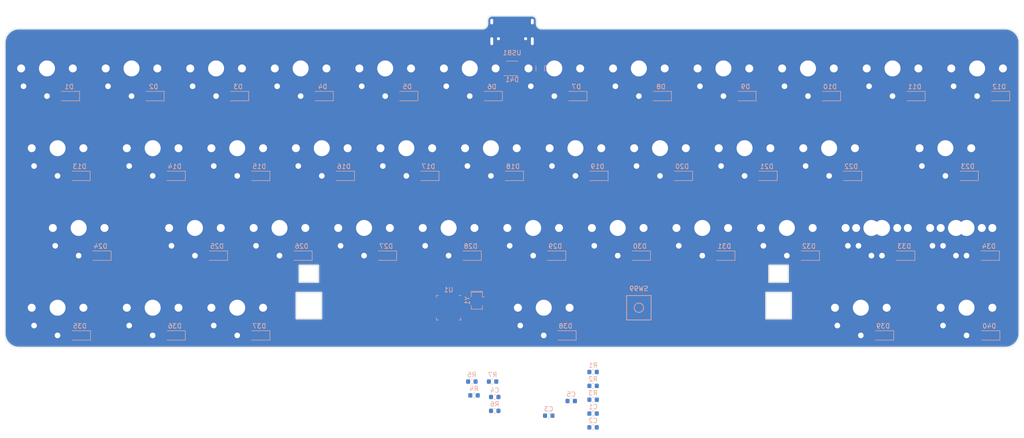
<source format=kicad_pcb>
(kicad_pcb (version 20210228) (generator pcbnew)
  (layers (0 "F.Cu" signal) (31 "B.Cu" signal) (34 "B.Paste" user) (35 "F.Paste" user) (36 "B.SilkS" user "B.Silkscreen") (37 "F.SilkS" user "F.Silkscreen") (38 "B.Mask" user) (39 "F.Mask" user) (44 "Edge.Cuts" user))
  (net 0 "")
  (net 1 "GND")
  (net 2 "+5V")
  (net 3 "Net-(D1-Pad2)")
  (net 4 "row0")
  (net 5 "Net-(D2-Pad2)")
  (net 6 "Net-(D3-Pad2)")
  (net 7 "Net-(D4-Pad2)")
  (net 8 "Net-(D5-Pad2)")
  (net 9 "Net-(D6-Pad2)")
  (net 10 "Net-(D7-Pad2)")
  (net 11 "Net-(D8-Pad2)")
  (net 12 "Net-(D9-Pad2)")
  (net 13 "Net-(D10-Pad2)")
  (net 14 "Net-(D11-Pad2)")
  (net 15 "Net-(D12-Pad2)")
  (net 16 "Net-(D13-Pad2)")
  (net 17 "row1")
  (net 18 "Net-(D14-Pad2)")
  (net 19 "Net-(D15-Pad2)")
  (net 20 "Net-(D16-Pad2)")
  (net 21 "Net-(D17-Pad2)")
  (net 22 "Net-(D18-Pad2)")
  (net 23 "Net-(D19-Pad2)")
  (net 24 "Net-(D20-Pad2)")
  (net 25 "Net-(D21-Pad2)")
  (net 26 "Net-(D22-Pad2)")
  (net 27 "Net-(D23-Pad2)")
  (net 28 "Net-(D24-Pad2)")
  (net 29 "row2")
  (net 30 "Net-(D25-Pad2)")
  (net 31 "Net-(D26-Pad2)")
  (net 32 "Net-(D27-Pad2)")
  (net 33 "Net-(D28-Pad2)")
  (net 34 "Net-(D29-Pad2)")
  (net 35 "Net-(D30-Pad2)")
  (net 36 "Net-(D31-Pad2)")
  (net 37 "Net-(D32-Pad2)")
  (net 38 "Net-(D33-Pad2)")
  (net 39 "Net-(D34-Pad2)")
  (net 40 "Net-(D35-Pad2)")
  (net 41 "row3")
  (net 42 "Net-(D36-Pad2)")
  (net 43 "Net-(D37-Pad2)")
  (net 44 "Net-(D38-Pad2)")
  (net 45 "Net-(D39-Pad2)")
  (net 46 "Net-(D40-Pad2)")
  (net 47 "VCC")
  (net 48 "D+")
  (net 49 "D-")
  (net 50 "DP+")
  (net 51 "DP-")
  (net 52 "Net-(R4-Pad2)")
  (net 53 "Net-(R5-Pad1)")
  (net 54 "Net-(R6-Pad1)")
  (net 55 "Net-(SW14-Pad2)")
  (net 56 "Net-(SW15-Pad2)")
  (net 57 "Net-(SW16-Pad2)")
  (net 58 "Net-(SW17-Pad2)")
  (net 59 "Net-(SW18-Pad2)")
  (net 60 "Net-(SW19-Pad2)")
  (net 61 "Net-(SW20-Pad2)")
  (net 62 "Net-(SW21-Pad2)")
  (net 63 "Net-(SW10-Pad2)")
  (net 64 "Net-(SW11-Pad2)")
  (net 65 "Net-(SW12-Pad2)")
  (net 88 "Net-(C1-Pad1)")
  (net 89 "Net-(C5-Pad2)")
  (net 90 "Net-(SW99-Pad2)")
  (net 91 "Net-(SW1-Pad2)")
  (net 92 "Net-(U1-Pad2)")
  (net 93 "Net-(U1-Pad1)")
  (footprint "mbk:Choc-1u-solder" (layer "F.Cu") (at 34 33.5)
    (fp_text reference "SW1")
    (fp_text value "SW_Push" hide)
    (pad "" np_thru_hole circle (at -5.5 0 180) (size 1.7 1.7) (drill 1.7) (layers *.Cu *.Mask))
    (pad "" np_thru_hole circle (at 5.5 0 180) (size 1.7 1.7) (drill 1.7) (layers *.Cu *.Mask))
    (pad "" np_thru_hole circle (at 0 0 90) (size 3.4 3.4) (drill 3.4) (layers *.Cu *.Mask))
    (pad "1" thru_hole circle (at 0 5.9 180) (size 2 2) (drill 1.2) (layers *.Cu *.Mask) (net 3 "Net-(D1-Pad2)"))
    (pad "2" thru_hole circle (at -5 3.8 41.9) (size 2 2) (drill 1.2) (layers *.Cu *.Mask) (net 91 "Net-(SW1-Pad2)"))
  )
  (footprint "mbk:Choc-1.25u-solder" (layer "F.Cu") (at 207.25 84.5)
    (fp_text reference "SW39")
    (fp_text value "SW_Push" hide)
    (pad "" np_thru_hole circle (at -5.5 0 180) (size 1.7 1.7) (drill 1.7) (layers *.Cu *.Mask))
    (pad "" np_thru_hole circle (at 0 0 90) (size 3.4 3.4) (drill 3.4) (layers *.Cu *.Mask))
    (pad "" np_thru_hole circle (at 5.5 0 180) (size 1.7 1.7) (drill 1.7) (layers *.Cu *.Mask))
    (pad "1" thru_hole circle (at 0 5.9 180) (size 2 2) (drill 1.2) (layers *.Cu *.Mask) (net 45 "Net-(D39-Pad2)"))
    (pad "2" thru_hole circle (at -5 3.8 41.9) (size 2 2) (drill 1.2) (layers *.Cu *.Mask) (net 64 "Net-(SW11-Pad2)"))
  )
  (footprint "mbk:Choc-1u-solder" (layer "F.Cu") (at 101.5 67.5)
    (fp_text reference "SW27")
    (fp_text value "SW_Push" hide)
    (pad "" np_thru_hole circle (at -5.5 0 180) (size 1.7 1.7) (drill 1.7) (layers *.Cu *.Mask))
    (pad "" np_thru_hole circle (at 0 0 90) (size 3.4 3.4) (drill 3.4) (layers *.Cu *.Mask))
    (pad "" np_thru_hole circle (at 5.5 0 180) (size 1.7 1.7) (drill 1.7) (layers *.Cu *.Mask))
    (pad "1" thru_hole circle (at 0 5.9 180) (size 2 2) (drill 1.2) (layers *.Cu *.Mask) (net 32 "Net-(D27-Pad2)"))
    (pad "2" thru_hole circle (at -5 3.8 41.9) (size 2 2) (drill 1.2) (layers *.Cu *.Mask) (net 57 "Net-(SW16-Pad2)"))
  )
  (footprint "mbk:Choc-1u-solder" (layer "F.Cu") (at 191.5 67.5)
    (fp_text reference "SW32")
    (fp_text value "SW_Push" hide)
    (pad "" np_thru_hole circle (at 5.5 0 180) (size 1.7 1.7) (drill 1.7) (layers *.Cu *.Mask))
    (pad "" np_thru_hole circle (at 0 0 90) (size 3.4 3.4) (drill 3.4) (layers *.Cu *.Mask))
    (pad "" np_thru_hole circle (at -5.5 0 180) (size 1.7 1.7) (drill 1.7) (layers *.Cu *.Mask))
    (pad "1" thru_hole circle (at 0 5.9 180) (size 2 2) (drill 1.2) (layers *.Cu *.Mask) (net 37 "Net-(D32-Pad2)"))
    (pad "2" thru_hole circle (at -5 3.8 41.9) (size 2 2) (drill 1.2) (layers *.Cu *.Mask) (net 62 "Net-(SW21-Pad2)"))
  )
  (footprint "mbk:Choc-1u-solder" (layer "F.Cu") (at 142 33.5)
    (fp_text reference "SW7")
    (fp_text value "SW_Push" hide)
    (pad "" np_thru_hole circle (at 5.5 0 180) (size 1.7 1.7) (drill 1.7) (layers *.Cu *.Mask))
    (pad "" np_thru_hole circle (at -5.5 0 180) (size 1.7 1.7) (drill 1.7) (layers *.Cu *.Mask))
    (pad "" np_thru_hole circle (at 0 0 90) (size 3.4 3.4) (drill 3.4) (layers *.Cu *.Mask))
    (pad "1" thru_hole circle (at 0 5.9 180) (size 2 2) (drill 1.2) (layers *.Cu *.Mask) (net 10 "Net-(D7-Pad2)"))
    (pad "2" thru_hole circle (at -5 3.8 41.9) (size 2 2) (drill 1.2) (layers *.Cu *.Mask) (net 60 "Net-(SW19-Pad2)"))
  )
  (footprint "mbk:Choc-1u-solder" (layer "F.Cu") (at 88 33.5)
    (fp_text reference "SW4")
    (fp_text value "SW_Push" hide)
    (pad "" np_thru_hole circle (at 0 0 90) (size 3.4 3.4) (drill 3.4) (layers *.Cu *.Mask))
    (pad "" np_thru_hole circle (at -5.5 0 180) (size 1.7 1.7) (drill 1.7) (layers *.Cu *.Mask))
    (pad "" np_thru_hole circle (at 5.5 0 180) (size 1.7 1.7) (drill 1.7) (layers *.Cu *.Mask))
    (pad "1" thru_hole circle (at 0 5.9 180) (size 2 2) (drill 1.2) (layers *.Cu *.Mask) (net 7 "Net-(D4-Pad2)"))
    (pad "2" thru_hole circle (at -5 3.8 41.9) (size 2 2) (drill 1.2) (layers *.Cu *.Mask) (net 57 "Net-(SW16-Pad2)"))
  )
  (footprint "mbk:Choc-1u-solder" (layer "F.Cu") (at 232 33.5)
    (fp_text reference "SW12")
    (fp_text value "SW_Push" hide)
    (pad "" np_thru_hole circle (at 0 0 90) (size 3.4 3.4) (drill 3.4) (layers *.Cu *.Mask))
    (pad "" np_thru_hole circle (at 5.5 0 180) (size 1.7 1.7) (drill 1.7) (layers *.Cu *.Mask))
    (pad "" np_thru_hole circle (at -5.5 0 180) (size 1.7 1.7) (drill 1.7) (layers *.Cu *.Mask))
    (pad "1" thru_hole circle (at 0 5.9 180) (size 2 2) (drill 1.2) (layers *.Cu *.Mask) (net 15 "Net-(D12-Pad2)"))
    (pad "2" thru_hole circle (at -5 3.8 41.9) (size 2 2) (drill 1.2) (layers *.Cu *.Mask) (net 65 "Net-(SW12-Pad2)"))
  )
  (footprint "mbk:Choc-1.25u-solder" (layer "F.Cu") (at 229.75 84.5)
    (fp_text reference "SW40")
    (fp_text value "SW_Push" hide)
    (pad "" np_thru_hole circle (at 0 0 90) (size 3.4 3.4) (drill 3.4) (layers *.Cu *.Mask))
    (pad "" np_thru_hole circle (at -5.5 0 180) (size 1.7 1.7) (drill 1.7) (layers *.Cu *.Mask))
    (pad "" np_thru_hole circle (at 5.5 0 180) (size 1.7 1.7) (drill 1.7) (layers *.Cu *.Mask))
    (pad "1" thru_hole circle (at 0 5.9 180) (size 2 2) (drill 1.2) (layers *.Cu *.Mask) (net 46 "Net-(D40-Pad2)"))
    (pad "2" thru_hole circle (at -5 3.8 41.9) (size 2 2) (drill 1.2) (layers *.Cu *.Mask) (net 65 "Net-(SW12-Pad2)"))
  )
  (footprint "mbk:Choc-1u-solder" (layer "F.Cu") (at 209.5 67.5)
    (fp_text reference "SW33a1")
    (fp_text value "SW_Push" hide)
    (pad "" np_thru_hole circle (at 0 0 90) (size 3.4 3.4) (drill 3.4) (layers *.Cu *.Mask))
    (pad "" np_thru_hole circle (at -5.5 0 180) (size 1.7 1.7) (drill 1.7) (layers *.Cu *.Mask))
    (pad "" np_thru_hole circle (at 5.5 0 180) (size 1.7 1.7) (drill 1.7) (layers *.Cu *.Mask))
    (pad "1" thru_hole circle (at 0 5.9 180) (size 2 2) (drill 1.2) (layers *.Cu *.Mask) (net 38 "Net-(D33-Pad2)"))
    (pad "2" thru_hole circle (at -5 3.8 41.9) (size 2 2) (drill 1.2) (layers *.Cu *.Mask) (net 63 "Net-(SW10-Pad2)"))
  )
  (footprint "mbk:Choc-1u-solder" (layer "F.Cu") (at 214 33.5)
    (fp_text reference "SW11")
    (fp_text value "SW_Push" hide)
    (pad "" np_thru_hole circle (at -5.5 0 180) (size 1.7 1.7) (drill 1.7) (layers *.Cu *.Mask))
    (pad "" np_thru_hole circle (at 5.5 0 180) (size 1.7 1.7) (drill 1.7) (layers *.Cu *.Mask))
    (pad "" np_thru_hole circle (at 0 0 90) (size 3.4 3.4) (drill 3.4) (layers *.Cu *.Mask))
    (pad "1" thru_hole circle (at 0 5.9 180) (size 2 2) (drill 1.2) (layers *.Cu *.Mask) (net 14 "Net-(D11-Pad2)"))
    (pad "2" thru_hole circle (at -5 3.8 41.9) (size 2 2) (drill 1.2) (layers *.Cu *.Mask) (net 64 "Net-(SW11-Pad2)"))
  )
  (footprint "mbk:Choc-1u-solder" (layer "F.Cu") (at 227.5 67.5)
    (fp_text reference "SW34b1")
    (fp_text value "SW_Push" hide)
    (pad "" np_thru_hole circle (at 0 0 90) (size 3.4 3.4) (drill 3.4) (layers *.Cu *.Mask))
    (pad "" np_thru_hole circle (at 5.5 0 180) (size 1.7 1.7) (drill 1.7) (layers *.Cu *.Mask))
    (pad "" np_thru_hole circle (at -5.5 0 180) (size 1.7 1.7) (drill 1.7) (layers *.Cu *.Mask))
    (pad "1" thru_hole circle (at 0 5.9 180) (size 2 2) (drill 1.2) (layers *.Cu *.Mask) (net 39 "Net-(D34-Pad2)"))
    (pad "2" thru_hole circle (at -5 3.8 41.9) (size 2 2) (drill 1.2) (layers *.Cu *.Mask) (net 65 "Net-(SW12-Pad2)"))
  )
  (footprint "mbk:Choc-1u-solder" (layer "F.Cu") (at 74.5 84.5)
    (fp_text reference "SW37")
    (fp_text value "SW_Push" hide)
    (pad "" np_thru_hole circle (at 5.5 0 180) (size 1.7 1.7) (drill 1.7) (layers *.Cu *.Mask))
    (pad "" np_thru_hole circle (at -5.5 0 180) (size 1.7 1.7) (drill 1.7) (layers *.Cu *.Mask))
    (pad "" np_thru_hole circle (at 0 0 90) (size 3.4 3.4) (drill 3.4) (layers *.Cu *.Mask))
    (pad "1" thru_hole circle (at 0 5.9 180) (size 2 2) (drill 1.2) (layers *.Cu *.Mask) (net 43 "Net-(D37-Pad2)"))
    (pad "2" thru_hole circle (at -5 3.8 41.9) (size 2 2) (drill 1.2) (layers *.Cu *.Mask) (net 57 "Net-(SW16-Pad2)"))
  )
  (footprint "mbk:Choc-1u-solder" (layer "F.Cu") (at 110.5 50.5)
    (fp_text reference "SW17")
    (fp_text value "SW_Push" hide)
    (pad "" np_thru_hole circle (at -5.5 0 180) (size 1.7 1.7) (drill 1.7) (layers *.Cu *.Mask))
    (pad "" np_thru_hole circle (at 5.5 0 180) (size 1.7 1.7) (drill 1.7) (layers *.Cu *.Mask))
    (pad "" np_thru_hole circle (at 0 0 90) (size 3.4 3.4) (drill 3.4) (layers *.Cu *.Mask))
    (pad "1" thru_hole circle (at 0 5.9 180) (size 2 2) (drill 1.2) (layers *.Cu *.Mask) (net 21 "Net-(D17-Pad2)"))
    (pad "2" thru_hole circle (at -5 3.8 41.9) (size 2 2) (drill 1.2) (layers *.Cu *.Mask) (net 58 "Net-(SW17-Pad2)"))
  )
  (footprint "mbk:Choc-1u-solder" (layer "F.Cu") (at 106 33.5)
    (fp_text reference "SW5")
    (fp_text value "SW_Push" hide)
    (pad "" np_thru_hole circle (at -5.5 0 180) (size 1.7 1.7) (drill 1.7) (layers *.Cu *.Mask))
    (pad "" np_thru_hole circle (at 5.5 0 180) (size 1.7 1.7) (drill 1.7) (layers *.Cu *.Mask))
    (pad "" np_thru_hole circle (at 0 0 90) (size 3.4 3.4) (drill 3.4) (layers *.Cu *.Mask))
    (pad "1" thru_hole circle (at 0 5.9 180) (size 2 2) (drill 1.2) (layers *.Cu *.Mask) (net 8 "Net-(D5-Pad2)"))
    (pad "2" thru_hole circle (at -5 3.8 41.9) (size 2 2) (drill 1.2) (layers *.Cu *.Mask) (net 58 "Net-(SW17-Pad2)"))
  )
  (footprint "mbk:Choc-1u-solder" (layer "F.Cu") (at 155.5 67.5)
    (fp_text reference "SW30")
    (fp_text value "SW_Push" hide)
    (pad "" np_thru_hole circle (at 0 0 90) (size 3.4 3.4) (drill 3.4) (layers *.Cu *.Mask))
    (pad "" np_thru_hole circle (at -5.5 0 180) (size 1.7 1.7) (drill 1.7) (layers *.Cu *.Mask))
    (pad "" np_thru_hole circle (at 5.5 0 180) (size 1.7 1.7) (drill 1.7) (layers *.Cu *.Mask))
    (pad "1" thru_hole circle (at 0 5.9 180) (size 2 2) (drill 1.2) (layers *.Cu *.Mask) (net 35 "Net-(D30-Pad2)"))
    (pad "2" thru_hole circle (at -5 3.8 41.9) (size 2 2) (drill 1.2) (layers *.Cu *.Mask) (net 60 "Net-(SW19-Pad2)"))
  )
  (footprint "mbk:Choc-1.25u-solder" (layer "F.Cu") (at 36.25 84.5)
    (fp_text reference "SW35")
    (fp_text value "SW_Push" hide)
    (pad "" np_thru_hole circle (at -5.5 0 180) (size 1.7 1.7) (drill 1.7) (layers *.Cu *.Mask))
    (pad "" np_thru_hole circle (at 0 0 90) (size 3.4 3.4) (drill 3.4) (layers *.Cu *.Mask))
    (pad "" np_thru_hole circle (at 5.5 0 180) (size 1.7 1.7) (drill 1.7) (layers *.Cu *.Mask))
    (pad "1" thru_hole circle (at 0 5.9 180) (size 2 2) (drill 1.2) (layers *.Cu *.Mask) (net 40 "Net-(D35-Pad2)"))
    (pad "2" thru_hole circle (at -5 3.8 41.9) (size 2 2) (drill 1.2) (layers *.Cu *.Mask) (net 91 "Net-(SW1-Pad2)"))
  )
  (footprint "mbk:Choc-1u-solder" (layer "F.Cu") (at 164.5 50.5)
    (fp_text reference "SW20")
    (fp_text value "SW_Push" hide)
    (pad "" np_thru_hole circle (at -5.5 0 180) (size 1.7 1.7) (drill 1.7) (layers *.Cu *.Mask))
    (pad "" np_thru_hole circle (at 0 0 90) (size 3.4 3.4) (drill 3.4) (layers *.Cu *.Mask))
    (pad "" np_thru_hole circle (at 5.5 0 180) (size 1.7 1.7) (drill 1.7) (layers *.Cu *.Mask))
    (pad "1" thru_hole circle (at 0 5.9 180) (size 2 2) (drill 1.2) (layers *.Cu *.Mask) (net 24 "Net-(D20-Pad2)"))
    (pad "2" thru_hole circle (at -5 3.8 41.9) (size 2 2) (drill 1.2) (layers *.Cu *.Mask) (net 61 "Net-(SW20-Pad2)"))
  )
  (footprint "mbk:Choc-1u-solder" (layer "F.Cu") (at 182.5 50.5)
    (fp_text reference "SW21")
    (fp_text value "SW_Push" hide)
    (pad "" np_thru_hole circle (at -5.5 0 180) (size 1.7 1.7) (drill 1.7) (layers *.Cu *.Mask))
    (pad "" np_thru_hole circle (at 5.5 0 180) (size 1.7 1.7) (drill 1.7) (layers *.Cu *.Mask))
    (pad "" np_thru_hole circle (at 0 0 90) (size 3.4 3.4) (drill 3.4) (layers *.Cu *.Mask))
    (pad "1" thru_hole circle (at 0 5.9 180) (size 2 2) (drill 1.2) (layers *.Cu *.Mask) (net 25 "Net-(D21-Pad2)"))
    (pad "2" thru_hole circle (at -5 3.8 41.9) (size 2 2) (drill 1.2) (layers *.Cu *.Mask) (net 62 "Net-(SW21-Pad2)"))
  )
  (footprint "mbk:Choc-1u-solder" (layer "F.Cu") (at 128.5 50.5)
    (fp_text reference "SW18")
    (fp_text value "SW_Push" hide)
    (pad "" np_thru_hole circle (at -5.5 0 180) (size 1.7 1.7) (drill 1.7) (layers *.Cu *.Mask))
    (pad "" np_thru_hole circle (at 0 0 90) (size 3.4 3.4) (drill 3.4) (layers *.Cu *.Mask))
    (pad "" np_thru_hole circle (at 5.5 0 180) (size 1.7 1.7) (drill 1.7) (layers *.Cu *.Mask))
    (pad "1" thru_hole circle (at 0 5.9 180) (size 2 2) (drill 1.2) (layers *.Cu *.Mask) (net 22 "Net-(D18-Pad2)"))
    (pad "2" thru_hole circle (at -5 3.8 41.9) (size 2 2) (drill 1.2) (layers *.Cu *.Mask) (net 59 "Net-(SW18-Pad2)"))
  )
  (footprint "mbk:Choc-1u-solder" (layer "F.Cu") (at 83.5 67.5)
    (fp_text reference "SW26")
    (fp_text value "SW_Push" hide)
    (pad "" np_thru_hole circle (at -5.5 0 180) (size 1.7 1.7) (drill 1.7) (layers *.Cu *.Mask))
    (pad "" np_thru_hole circle (at 5.5 0 180) (size 1.7 1.7) (drill 1.7) (layers *.Cu *.Mask))
    (pad "" np_thru_hole circle (at 0 0 90) (size 3.4 3.4) (drill 3.4) (layers *.Cu *.Mask))
    (pad "1" thru_hole circle (at 0 5.9 180) (size 2 2) (drill 1.2) (layers *.Cu *.Mask) (net 31 "Net-(D26-Pad2)"))
    (pad "2" thru_hole circle (at -5 3.8 41.9) (size 2 2) (drill 1.2) (layers *.Cu *.Mask) (net 56 "Net-(SW15-Pad2)"))
  )
  (footprint "mbk:Choc-1.75u-solder" (layer "F.Cu") (at 225.25 50.5)
    (fp_text reference "SW23")
    (fp_text value "SW_Push" hide)
    (pad "" np_thru_hole circle (at 5.5 0 180) (size 1.7 1.7) (drill 1.7) (layers *.Cu *.Mask))
    (pad "" np_thru_hole circle (at -5.5 0 180) (size 1.7 1.7) (drill 1.7) (layers *.Cu *.Mask))
    (pad "" np_thru_hole circle (at 0 0 90) (size 3.4 3.4) (drill 3.4) (layers *.Cu *.Mask))
    (pad "1" thru_hole circle (at 0 5.9 180) (size 2 2) (drill 1.2) (layers *.Cu *.Mask) (net 27 "Net-(D23-Pad2)"))
    (pad "2" thru_hole circle (at -5 3.8 41.9) (size 2 2) (drill 1.2) (layers *.Cu *.Mask) (net 64 "Net-(SW11-Pad2)"))
  )
  (footprint "mbk:Choc-1u-solder" (layer "F.Cu") (at 56.5 84.5)
    (fp_text reference "SW36")
    (fp_text value "SW_Push" hide)
    (pad "" np_thru_hole circle (at 5.5 0 180) (size 1.7 1.7) (drill 1.7) (layers *.Cu *.Mask))
    (pad "" np_thru_hole circle (at 0 0 90) (size 3.4 3.4) (drill 3.4) (layers *.Cu *.Mask))
    (pad "" np_thru_hole circle (at -5.5 0 180) (size 1.7 1.7) (drill 1.7) (layers *.Cu *.Mask))
    (pad "1" thru_hole circle (at 0 5.9 180) (size 2 2) (drill 1.2) (layers *.Cu *.Mask) (net 42 "Net-(D36-Pad2)"))
    (pad "2" thru_hole circle (at -5 3.8 41.9) (size 2 2) (drill 1.2) (layers *.Cu *.Mask) (net 56 "Net-(SW15-Pad2)"))
  )
  (footprint "mbk:Choc-1u-solder" (layer "F.Cu") (at 173.5 67.5)
    (fp_text reference "SW31")
    (fp_text value "SW_Push" hide)
    (pad "" np_thru_hole circle (at -5.5 0 180) (size 1.7 1.7) (drill 1.7) (layers *.Cu *.Mask))
    (pad "" np_thru_hole circle (at 5.5 0 180) (size 1.7 1.7) (drill 1.7) (layers *.Cu *.Mask))
    (pad "" np_thru_hole circle (at 0 0 90) (size 3.4 3.4) (drill 3.4) (layers *.Cu *.Mask))
    (pad "1" thru_hole circle (at 0 5.9 180) (size 2 2) (drill 1.2) (layers *.Cu *.Mask) (net 36 "Net-(D31-Pad2)"))
    (pad "2" thru_hole circle (at -5 3.8 41.9) (size 2 2) (drill 1.2) (layers *.Cu *.Mask) (net 61 "Net-(SW20-Pad2)"))
  )
  (footprint "mbk:Choc-1u-solder" (layer "F.Cu") (at 74.5 50.5)
    (fp_text reference "SW15")
    (fp_text value "SW_Push" hide)
    (pad "" np_thru_hole circle (at 0 0 90) (size 3.4 3.4) (drill 3.4) (layers *.Cu *.Mask))
    (pad "" np_thru_hole circle (at -5.5 0 180) (size 1.7 1.7) (drill 1.7) (layers *.Cu *.Mask))
    (pad "" np_thru_hole circle (at 5.5 0 180) (size 1.7 1.7) (drill 1.7) (layers *.Cu *.Mask))
    (pad "1" thru_hole circle (at 0 5.9 180) (size 2 2) (drill 1.2) (layers *.Cu *.Mask) (net 19 "Net-(D15-Pad2)"))
    (pad "2" thru_hole circle (at -5 3.8 41.9) (size 2 2) (drill 1.2) (layers *.Cu *.Mask) (net 56 "Net-(SW15-Pad2)"))
  )
  (footprint "mbk:Choc-1.25u-solder" (layer "F.Cu") (at 36.25 50.5)
    (fp_text reference "SW13")
    (fp_text value "SW_Push" hide)
    (pad "" np_thru_hole circle (at 5.5 0 180) (size 1.7 1.7) (drill 1.7) (layers *.Cu *.Mask))
    (pad "" np_thru_hole circle (at -5.5 0 180) (size 1.7 1.7) (drill 1.7) (layers *.Cu *.Mask))
    (pad "" np_thru_hole circle (at 0 0 90) (size 3.4 3.4) (drill 3.4) (layers *.Cu *.Mask))
    (pad "1" thru_hole circle (at 0 5.9 180) (size 2 2) (drill 1.2) (layers *.Cu *.Mask) (net 16 "Net-(D13-Pad2)"))
    (pad "2" thru_hole circle (at -5 3.8 41.9) (size 2 2) (drill 1.2) (layers *.Cu *.Mask) (net 91 "Net-(SW1-Pad2)"))
  )
  (footprint "mbk:Choc-1u-solder" (layer "F.Cu") (at 137.5 67.5)
    (fp_text reference "SW29")
    (fp_text value "SW_Push" hide)
    (pad "" np_thru_hole circle (at -5.5 0 180) (size 1.7 1.7) (drill 1.7) (layers *.Cu *.Mask))
    (pad "" np_thru_hole circle (at 5.5 0 180) (size 1.7 1.7) (drill 1.7) (layers *.Cu *.Mask))
    (pad "" np_thru_hole circle (at 0 0 90) (size 3.4 3.4) (drill 3.4) (layers *.Cu *.Mask))
    (pad "1" thru_hole circle (at 0 5.9 180) (size 2 2) (drill 1.2) (layers *.Cu *.Mask) (net 34 "Net-(D29-Pad2)"))
    (pad "2" thru_hole circle (at -5 3.8 41.9) (size 2 2) (drill 1.2) (layers *.Cu *.Mask) (net 59 "Net-(SW18-Pad2)"))
  )
  (footprint "mbk:Choc-1u-solder" (layer "F.Cu") (at 178 33.5)
    (fp_text reference "SW9")
    (fp_text value "SW_Push" hide)
    (pad "" np_thru_hole circle (at -5.5 0 180) (size 1.7 1.7) (drill 1.7) (layers *.Cu *.Mask))
    (pad "" np_thru_hole circle (at 0 0 90) (size 3.4 3.4) (drill 3.4) (layers *.Cu *.Mask))
    (pad "" np_thru_hole circle (at 5.5 0 180) (size 1.7 1.7) (drill 1.7) (layers *.Cu *.Mask))
    (pad "1" thru_hole circle (at 0 5.9 180) (size 2 2) (drill 1.2) (layers *.Cu *.Mask) (net 12 "Net-(D9-Pad2)"))
    (pad "2" thru_hole circle (at -5 3.8 41.9) (size 2 2) (drill 1.2) (layers *.Cu *.Mask) (net 62 "Net-(SW21-Pad2)"))
  )
  (footprint "mbk:Choc-1u-solder" (layer "F.Cu") (at 160 33.5)
    (fp_text reference "SW8")
    (fp_text value "SW_Push" hide)
    (pad "" np_thru_hole circle (at 0 0 90) (size 3.4 3.4) (drill 3.4) (layers *.Cu *.Mask))
    (pad "" np_thru_hole circle (at -5.5 0 180) (size 1.7 1.7) (drill 1.7) (layers *.Cu *.Mask))
    (pad "" np_thru_hole circle (at 5.5 0 180) (size 1.7 1.7) (drill 1.7) (layers *.Cu *.Mask))
    (pad "1" thru_hole circle (at 0 5.9 180) (size 2 2) (drill 1.2) (layers *.Cu *.Mask) (net 11 "Net-(D8-Pad2)"))
    (pad "2" thru_hole circle (at -5 3.8 41.9) (size 2 2) (drill 1.2) (layers *.Cu *.Mask) (net 61 "Net-(SW20-Pad2)"))
  )
  (footprint "mbk:Choc-1u-solder" (layer "F.Cu") (at 65.5 67.5)
    (fp_text reference "SW25")
    (fp_text value "SW_Push" hide)
    (pad "" np_thru_hole circle (at 0 0 90) (size 3.4 3.4) (drill 3.4) (layers *.Cu *.Mask))
    (pad "" np_thru_hole circle (at 5.5 0 180) (size 1.7 1.7) (drill 1.7) (layers *.Cu *.Mask))
    (pad "" np_thru_hole circle (at -5.5 0 180) (size 1.7 1.7) (drill 1.7) (layers *.Cu *.Mask))
    (pad "1" thru_hole circle (at 0 5.9 180) (size 2 2) (drill 1.2) (layers *.Cu *.Mask) (net 30 "Net-(D25-Pad2)"))
    (pad "2" thru_hole circle (at -5 3.8 41.9) (size 2 2) (drill 1.2) (layers *.Cu *.Mask) (net 55 "Net-(SW14-Pad2)"))
  )
  (footprint "mbk:Choc-1u-solder" (layer "F.Cu") (at 92.5 50.5)
    (fp_text reference "SW16")
    (fp_text value "SW_Push" hide)
    (pad "" np_thru_hole circle (at 5.5 0 180) (size 1.7 1.7) (drill 1.7) (layers *.Cu *.Mask))
    (pad "" np_thru_hole circle (at -5.5 0 180) (size 1.7 1.7) (drill 1.7) (layers *.Cu *.Mask))
    (pad "" np_thru_hole circle (at 0 0 90) (size 3.4 3.4) (drill 3.4) (layers *.Cu *.Mask))
    (pad "1" thru_hole circle (at 0 5.9 180) (size 2 2) (drill 1.2) (layers *.Cu *.Mask) (net 20 "Net-(D16-Pad2)"))
    (pad "2" thru_hole circle (at -5 3.8 41.9) (size 2 2) (drill 1.2) (layers *.Cu *.Mask) (net 57 "Net-(SW16-Pad2)"))
  )
  (footprint "mbk:Choc-1u-solder" (layer "F.Cu") (at 70 33.5)
    (fp_text reference "SW3")
    (fp_text value "SW_Push" hide)
    (pad "" np_thru_hole circle (at -5.5 0 180) (size 1.7 1.7) (drill 1.7) (layers *.Cu *.Mask))
    (pad "" np_thru_hole circle (at 0 0 90) (size 3.4 3.4) (drill 3.4) (layers *.Cu *.Mask))
    (pad "" np_thru_hole circle (at 5.5 0 180) (size 1.7 1.7) (drill 1.7) (layers *.Cu *.Mask))
    (pad "1" thru_hole circle (at 0 5.9 180) (size 2 2) (drill 1.2) (layers *.Cu *.Mask) (net 6 "Net-(D3-Pad2)"))
    (pad "2" thru_hole circle (at -5 3.8 41.9) (size 2 2) (drill 1.2) (layers *.Cu *.Mask) (net 56 "Net-(SW15-Pad2)"))
  )
  (footprint "mbk:Choc-1.25u-solder" (layer "F.Cu") (at 211.75 67.5)
    (fp_text reference "SW33b1")
    (fp_text value "SW_Push" hide)
    (pad "" np_thru_hole circle (at -5.5 0 180) (size 1.7 1.7) (drill 1.7) (layers *.Cu *.Mask))
    (pad "" np_thru_hole circle (at 0 0 90) (size 3.4 3.4) (drill 3.4) (layers *.Cu *.Mask))
    (pad "" np_thru_hole circle (at 5.5 0 180) (size 1.7 1.7) (drill 1.7) (layers *.Cu *.Mask))
    (pad "1" thru_hole circle (at 0 5.9 180) (size 2 2) (drill 1.2) (layers *.Cu *.Mask) (net 38 "Net-(D33-Pad2)"))
    (pad "2" thru_hole circle (at -5 3.8 41.9) (size 2 2) (drill 1.2) (layers *.Cu *.Mask) (net 63 "Net-(SW10-Pad2)"))
  )
  (footprint "mbk:Choc-1u-solder" (layer "F.Cu") (at 52 33.5)
    (fp_text reference "SW2")
    (fp_text value "SW_Push" hide)
    (pad "" np_thru_hole circle (at 0 0 90) (size 3.4 3.4) (drill 3.4) (layers *.Cu *.Mask))
    (pad "" np_thru_hole circle (at 5.5 0 180) (size 1.7 1.7) (drill 1.7) (layers *.Cu *.Mask))
    (pad "" np_thru_hole circle (at -5.5 0 180) (size 1.7 1.7) (drill 1.7) (layers *.Cu *.Mask))
    (pad "1" thru_hole circle (at 0 5.9 180) (size 2 2) (drill 1.2) (layers *.Cu *.Mask) (net 5 "Net-(D2-Pad2)"))
    (pad "2" thru_hole circle (at -5 3.8 41.9) (size 2 2) (drill 1.2) (layers *.Cu *.Mask) (net 55 "Net-(SW14-Pad2)"))
  )
  (footprint "mbk:Choc-1.25u-solder" (layer "F.Cu") (at 229.75 67.5)
    (fp_text reference "SW34a1")
    (fp_text value "SW_Push" hide)
    (pad "" np_thru_hole circle (at 0 0 90) (size 3.4 3.4) (drill 3.4) (layers *.Cu *.Mask))
    (pad "" np_thru_hole circle (at 5.5 0 180) (size 1.7 1.7) (drill 1.7) (layers *.Cu *.Mask))
    (pad "" np_thru_hole circle (at -5.5 0 180) (size 1.7 1.7) (drill 1.7) (layers *.Cu *.Mask))
    (pad "1" thru_hole circle (at 0 5.9 180) (size 2 2) (drill 1.2) (layers *.Cu *.Mask) (net 39 "Net-(D34-Pad2)"))
    (pad "2" thru_hole circle (at -5 3.8 41.9) (size 2 2) (drill 1.2) (layers *.Cu *.Mask) (net 65 "Net-(SW12-Pad2)"))
  )
  (footprint "mbk:Choc-1.75u-solder" (layer "F.Cu") (at 40.75 67.5)
    (fp_text reference "SW24")
    (fp_text value "SW_Push" hide)
    (pad "" np_thru_hole circle (at 5.5 0 180) (size 1.7 1.7) (drill 1.7) (layers *.Cu *.Mask))
    (pad "" np_thru_hole circle (at -5.5 0 180) (size 1.7 1.7) (drill 1.7) (layers *.Cu *.Mask))
    (pad "" np_thru_hole circle (at 0 0 90) (size 3.4 3.4) (drill 3.4) (layers *.Cu *.Mask))
    (pad "1" thru_hole circle (at 0 5.9 180) (size 2 2) (drill 1.2) (layers *.Cu *.Mask) (net 28 "Net-(D24-Pad2)"))
    (pad "2" thru_hole circle (at -5 3.8 41.9) (size 2 2) (drill 1.2) (layers *.Cu *.Mask) (net 91 "Net-(SW1-Pad2)"))
  )
  (footprint "mbk:Choc-6.25u-solder" (layer "F.Cu") (at 139.75 84.5)
    (fp_text reference "SW38")
    (fp_text value "SW_Push" hide)
    (fp_line (start 47.35 -3.2) (end 47.35 2.3) (layer "Edge.Cuts") (width 0.12))
    (fp_line (start 52 -5.5) (end 52 -9) (layer "Edge.Cuts") (width 0.12))
    (fp_line (start -52 -9) (end -48 -9) (layer "Edge.Cuts") (width 0.12))
    (fp_line (start 47.35 2.3) (end 52.65 2.3) (layer "Edge.Cuts") (width 0.12))
    (fp_line (start -52 -5.5) (end -48 -5.5) (layer "Edge.Cuts") (width 0.12))
    (fp_line (start 47.35 -3.2) (end 52.65 -3.2) (layer "Edge.Cuts") (width 0.12))
    (fp_line (start -52.65 -3.2) (end -52.65 2.3) (layer "Edge.Cuts") (width 0.12))
    (fp_line (start 52.65 2.3) (end 52.65 -3.2) (layer "Edge.Cuts") (width 0.12))
    (fp_line (start -52.65 2.3) (end -47.35 2.3) (layer "Edge.Cuts") (width 0.12))
    (fp_line (start -47.35 2.3) (end -47.35 -3.2) (layer "Edge.Cuts") (width 0.12))
    (fp_line (start -52.65 -3.2) (end -47.35 -3.2) (layer "Edge.Cuts") (width 0.12))
    (fp_line (start -48 -5.5) (end -48 -9) (layer "Edge.Cuts") (width 0.12))
    (fp_line (start 48 -9) (end 48 -5.5) (layer "Edge.Cuts") (width 0.12))
    (fp_line (start 48 -5.5) (end 52 -5.5) (layer "Edge.Cuts") (width 0.12))
    (fp_line (start -52 -9) (end -52 -5.5) (layer "Edge.Cuts") (width 0.12))
    (fp_line (start 48 -9) (end 52 -9) (layer "Edge.Cuts") (width 0.12))
    (pad "" np_thru_hole circle (at 0 0 90) (size 3.4 3.4) (drill 3.4) (layers *.Cu *.Mask))
    (pad "" np_thru_hole circle (at -5.5 0 180) (size 1.7 1.7) (drill 1.7) (layers *.Cu *.Mask))
    (pad "" np_thru_hole circle (at 5.5 0 180) (size 1.7 1.7) (drill 1.7) (layers *.Cu *.Mask))
    (pad "1" thru_hole circle (at 0 5.9 180) (size 2 2) (drill 1.2) (layers *.Cu *.Mask) (net 44 "Net-(D38-Pad2)"))
    (pad "2" thru_hole circle (at -5 3.8 41.9) (size 2 2) (drill 1.2) (layers *.Cu *.Mask) (net 59 "Net-(SW18-Pad2)"))
  )
  (footprint "mbk:Choc-1u-solder" (layer "F.Cu") (at 119.5 67.5)
    (fp_text reference "SW28")
    (fp_text value "SW_Push" hide)
    (pad "" np_thru_hole circle (at -5.5 0 180) (size 1.7 1.7) (drill 1.7) (layers *.Cu *.Mask))
    (pad "" np_thru_hole circle (at 0 0 90) (size 3.4 3.4) (drill 3.4) (layers *.Cu *.Mask))
    (pad "" np_thru_hole circle (at 5.5 0 180) (size 1.7 1.7) (drill 1.7) (layers *.Cu *.Mask))
    (pad "1" thru_hole circle (at 0 5.9 180) (size 2 2) (drill 1.2) (layers *.Cu *.Mask) (net 33 "Net-(D28-Pad2)"))
    (pad "2" thru_hole circle (at -5 3.8 41.9) (size 2 2) (drill 1.2) (layers *.Cu *.Mask) (net 58 "Net-(SW17-Pad2)"))
  )
  (footprint "mbk:Choc-1u-solder" (layer "F.Cu") (at 56.5 50.5)
    (fp_text reference "SW14")
    (fp_text value "SW_Push" hide)
    (pad "" np_thru_hole circle (at 0 0 90) (size 3.4 3.4) (drill 3.4) (layers *.Cu *.Mask))
    (pad "" np_thru_hole circle (at 5.5 0 180) (size 1.7 1.7) (drill 1.7) (layers *.Cu *.Mask))
    (pad "" np_thru_hole circle (at -5.5 0 180) (size 1.7 1.7) (drill 1.7) (layers *.Cu *.Mask))
    (pad "1" thru_hole circle (at 0 5.9 180) (size 2 2) (drill 1.2) (layers *.Cu *.Mask) (net 18 "Net-(D14-Pad2)"))
    (pad "2" thru_hole circle (at -5 3.8 41.9) (size 2 2) (drill 1.2) (layers *.Cu *.Mask) (net 55 "Net-(SW14-Pad2)"))
  )
  (footprint "mbk:Choc-1u-solder" (layer "F.Cu") (at 200.5 50.5)
    (fp_text reference "SW22")
    (fp_text value "SW_Push" hide)
    (pad "" np_thru_hole circle (at -5.5 0 180) (size 1.7 1.7) (drill 1.7) (layers *.Cu *.Mask))
    (pad "" np_thru_hole circle (at 0 0 90) (size 3.4 3.4) (drill 3.4) (layers *.Cu *.Mask))
    (pad "" np_thru_hole circle (at 5.5 0 180) (size 1.7 1.7) (drill 1.7) (layers *.Cu *.Mask))
    (pad "1" thru_hole circle (at 0 5.9 180) (size 2 2) (drill 1.2) (layers *.Cu *.Mask) (net 26 "Net-(D22-Pad2)"))
    (pad "2" thru_hole circle (at -5 3.8 41.9) (size 2 2) (drill 1.2) (layers *.Cu *.Mask) (net 63 "Net-(SW10-Pad2)"))
  )
  (footprint "mbk:Choc-1u-solder" (layer "F.Cu") (at 196 33.5)
    (fp_text reference "SW10")
    (fp_text value "SW_Push" hide)
    (pad "" np_thru_hole circle (at 0 0 90) (size 3.4 3.4) (drill 3.4) (layers *.Cu *.Mask))
    (pad "" np_thru_hole circle (at -5.5 0 180) (size 1.7 1.7) (drill 1.7) (layers *.Cu *.Mask))
    (pad "" np_thru_hole circle (at 5.5 0 180) (size 1.7 1.7) (drill 1.7) (layers *.Cu *.Mask))
    (pad "1" thru_hole circle (at 0 5.9 180) (size 2 2) (drill 1.2) (layers *.Cu *.Mask) (net 13 "Net-(D10-Pad2)"))
    (pad "2" thru_hole circle (at -5 3.8 41.9) (size 2 2) (drill 1.2) (layers *.Cu *.Mask) (net 63 "Net-(SW10-Pad2)"))
  )
  (footprint "mbk:Choc-1u-solder" (layer "F.Cu") (at 146.5 50.5)
    (fp_text reference "SW19")
    (fp_text value "SW_Push" hide)
    (pad "" np_thru_hole circle (at 5.5 0 180) (size 1.7 1.7) (drill 1.7) (layers *.Cu *.Mask))
    (pad "" np_thru_hole circle (at 0 0 90) (size 3.4 3.4) (drill 3.4) (layers *.Cu *.Mask))
    (pad "" np_thru_hole circle (at -5.5 0 180) (size 1.7 1.7) (drill 1.7) (layers *.Cu *.Mask))
    (pad "1" thru_hole circle (at 0 5.9 180) (size 2 2) (drill 1.2) (layers *.Cu *.Mask) (net 23 "Net-(D19-Pad2)"))
    (pad "2" thru_hole circle (at -5 3.8 41.9) (size 2 2) (drill 1.2) (layers *.Cu *.Mask) (net 60 "Net-(SW19-Pad2)"))
  )
  (footprint "mbk:Choc-1u-solder" (layer "F.Cu") (at 124 33.5)
    (fp_text reference "SW6")
    (fp_text value "SW_Push" hide)
    (pad "" np_thru_hole circle (at 0 0 90) (size 3.4 3.4) (drill 3.4) (layers *.Cu *.Mask))
    (pad "" np_thru_hole circle (at 5.5 0 180) (size 1.7 1.7) (drill 1.7) (layers *.Cu *.Mask))
    (pad "" np_thru_hole circle (at -5.5 0 180) (size 1.7 1.7) (drill 1.7) (layers *.Cu *.Mask))
    (pad "1" thru_hole circle (at 0 5.9 180) (size 2 2) (drill 1.2) (layers *.Cu *.Mask) (net 9 "Net-(D6-Pad2)"))
    (pad "2" thru_hole circle (at -5 3.8 41.9) (size 2 2) (drill 1.2) (layers *.Cu *.Mask) (net 59 "Net-(SW18-Pad2)"))
  )
  (footprint "Diode_SMD:D_SOD-123" (layer "B.Cu") (at 234.5 73.4 180)
    (fp_text reference "D34" (at 0 2) (layer "B.SilkS") (effects (justify mirror)))
    (fp_text value "D_Small")
    (pad "1" smd rect (at -1.65 0 180) (size 0.9 1.2) (layers "B.Cu" "B.Paste" "B.Mask") (net 29 "row2"))
    (pad "2" smd rect (at 1.65 0 180) (size 0.9 1.2) (layers "B.Cu" "B.Paste" "B.Mask") (net 39 "Net-(D34-Pad2)"))
  )
  (footprint "Type-C:HRO-TYPE-C-31-M-12" (layer "B.Cu") (at 133 20.915)
    (fp_text reference "USB1" (at 0 9.25) (layer "B.SilkS") (effects (justify mirror)))
    (fp_text value "HRO-TYPE-C-31-M-12")
    (pad "" np_thru_hole circle (at 2.89 6.25) (size 0.65 0.65) (drill 0.65) (layers *.Cu *.Mask))
    (pad "" np_thru_hole circle (at -2.89 6.25) (size 0.65 0.65) (drill 0.65) (layers *.Cu *.Mask))
    (pad "1" smd rect (at -3.225 7.695) (size 0.6 1.45) (layers "B.Cu" "B.Paste" "B.Mask") (net 1 "GND"))
    (pad "2" smd rect (at -2.45 7.695) (size 0.6 1.45) (layers "B.Cu" "B.Paste" "B.Mask") (net 47 "VCC"))
    (pad "3" smd rect (at -1.75 7.695) (size 0.3 1.45) (layers "B.Cu" "B.Paste" "B.Mask"))
    (pad "4" smd rect (at -1.25 7.695) (size 0.3 1.45) (layers "B.Cu" "B.Paste" "B.Mask") (net 53 "Net-(R5-Pad1)"))
    (pad "5" smd rect (at -0.75 7.695) (size 0.3 1.45) (layers "B.Cu" "B.Paste" "B.Mask") (net 49 "D-"))
    (pad "6" smd rect (at -0.25 7.695) (size 0.3 1.45) (layers "B.Cu" "B.Paste" "B.Mask") (net 48 "D+"))
    (pad "7" smd rect (at 0.25 7.695) (size 0.3 1.45) (layers "B.Cu" "B.Paste" "B.Mask") (net 49 "D-"))
    (pad "8" smd rect (at 0.75 7.695) (size 0.3 1.45) (layers "B.Cu" "B.Paste" "B.Mask") (net 48 "D+"))
    (pad "9" smd rect (at 1.25 7.695) (size 0.3 1.45) (layers "B.Cu" "B.Paste" "B.Mask"))
    (pad "10" smd rect (at 1.75 7.695) (size 0.3 1.45) (layers "B.Cu" "B.Paste" "B.Mask") (net 54 "Net-(R6-Pad1)"))
    (pad "11" smd rect (at 2.45 7.695) (size 0.6 1.45) (layers "B.Cu" "B.Paste" "B.Mask") (net 47 "VCC"))
    (pad "12" smd rect (at 3.225 7.695) (size 0.6 1.45) (layers "B.Cu" "B.Paste" "B.Mask") (net 1 "GND"))
    (pad "13" thru_hole oval (at 4.32 2.6) (size 1 1.6) (drill oval 0.6 1.2) (layers *.Cu "F.Mask") (net 89 "Net-(C5-Pad2)"))
    (pad "13" thru_hole oval (at -4.32 6.78) (size 1 2.1) (drill oval 0.6 1.7) (layers *.Cu "F.Mask") (net 89 "Net-(C5-Pad2)"))
    (pad "13" thru_hole oval (at -4.32 2.6) (size 1 1.6) (drill oval 0.6 1.2) (layers *.Cu "F.Mask") (net 89 "Net-(C5-Pad2)"))
    (pad "13" thru_hole oval (at 4.32 6.78) (size 1 2.1) (drill oval 0.6 1.7) (layers *.Cu "F.Mask") (net 89 "Net-(C5-Pad2)"))
  )
  (footprint "Diode_SMD:D_SOD-123" (layer "B.Cu") (at 216.5 73.4 180)
    (fp_text reference "D33" (at 0 2) (layer "B.SilkS") (effects (justify mirror)))
    (fp_text value "D_Small")
    (pad "1" smd rect (at -1.65 0 180) (size 0.9 1.2) (layers "B.Cu" "B.Paste" "B.Mask") (net 29 "row2"))
    (pad "2" smd rect (at 1.65 0 180) (size 0.9 1.2) (layers "B.Cu" "B.Paste" "B.Mask") (net 38 "Net-(D33-Pad2)"))
  )
  (footprint "Diode_SMD:D_SOD-123" (layer "B.Cu") (at 187.2 56.4 180)
    (fp_text reference "D21" (at 0 2) (layer "B.SilkS") (effects (justify mirror)))
    (fp_text value "D_Small")
    (pad "1" smd rect (at -1.65 0 180) (size 0.9 1.2) (layers "B.Cu" "B.Paste" "B.Mask") (net 17 "row1"))
    (pad "2" smd rect (at 1.65 0 180) (size 0.9 1.2) (layers "B.Cu" "B.Paste" "B.Mask") (net 25 "Net-(D21-Pad2)"))
  )
  (footprint "Diode_SMD:D_SOD-123" (layer "B.Cu") (at 236.7 39.4 180)
    (fp_text reference "D12" (at 0 2) (layer "B.SilkS") (effects (justify mirror)))
    (fp_text value "D_Small")
    (pad "1" smd rect (at -1.65 0 180) (size 0.9 1.2) (layers "B.Cu" "B.Paste" "B.Mask") (net 4 "row0"))
    (pad "2" smd rect (at 1.65 0 180) (size 0.9 1.2) (layers "B.Cu" "B.Paste" "B.Mask") (net 15 "Net-(D12-Pad2)"))
  )
  (footprint "Diode_SMD:D_SOD-123" (layer "B.Cu") (at 218.7 39.4 180)
    (fp_text reference "D11" (at 0 2) (layer "B.SilkS") (effects (justify mirror)))
    (fp_text value "D_Small")
    (pad "1" smd rect (at -1.65 0 180) (size 0.9 1.2) (layers "B.Cu" "B.Paste" "B.Mask") (net 4 "row0"))
    (pad "2" smd rect (at 1.65 0 180) (size 0.9 1.2) (layers "B.Cu" "B.Paste" "B.Mask") (net 14 "Net-(D11-Pad2)"))
  )
  (footprint "Diode_SMD:D_SOD-123" (layer "B.Cu") (at 169.2 56.4 180)
    (fp_text reference "D20" (at 0 2) (layer "B.SilkS") (effects (justify mirror)))
    (fp_text value "D_Small")
    (pad "1" smd rect (at -1.65 0 180) (size 0.9 1.2) (layers "B.Cu" "B.Paste" "B.Mask") (net 17 "row1"))
    (pad "2" smd rect (at 1.65 0 180) (size 0.9 1.2) (layers "B.Cu" "B.Paste" "B.Mask") (net 24 "Net-(D20-Pad2)"))
  )
  (footprint "Diode_SMD:D_SOD-123" (layer "B.Cu") (at 40.95 56.4 180)
    (fp_text reference "D13" (at 0 2) (layer "B.SilkS") (effects (justify mirror)))
    (fp_text value "D_Small")
    (pad "1" smd rect (at -1.65 0 180) (size 0.9 1.2) (layers "B.Cu" "B.Paste" "B.Mask") (net 17 "row1"))
    (pad "2" smd rect (at 1.65 0 180) (size 0.9 1.2) (layers "B.Cu" "B.Paste" "B.Mask") (net 16 "Net-(D13-Pad2)"))
  )
  (footprint "Capacitor_SMD:C_0603_1608Metric" (layer "B.Cu") (at 129.314048 103.52125 180)
    (fp_text reference "C4" (at 0 1.43) (layer "B.SilkS") (effects (justify mirror)))
    (fp_text value "10uF")
    (pad "1" smd roundrect (at -0.7875 0 180) (size 0.875 0.95) (layers "B.Cu" "B.Paste" "B.Mask") (net 2 "+5V"))
    (pad "2" smd roundrect (at 0.7875 0 180) (size 0.875 0.95) (layers "B.Cu" "B.Paste" "B.Mask") (net 1 "GND"))
  )
  (footprint "Diode_SMD:D_SOD-123" (layer "B.Cu") (at 133.2 56.4 180)
    (fp_text reference "D18" (at 0 2) (layer "B.SilkS") (effects (justify mirror)))
    (fp_text value "D_Small")
    (pad "1" smd rect (at -1.65 0 180) (size 0.9 1.2) (layers "B.Cu" "B.Paste" "B.Mask") (net 17 "row1"))
    (pad "2" smd rect (at 1.65 0 180) (size 0.9 1.2) (layers "B.Cu" "B.Paste" "B.Mask") (net 22 "Net-(D18-Pad2)"))
  )
  (footprint "Resistor_SMD:R_0603_1608Metric" (layer "B.Cu") (at 150.25 104.1 180)
    (fp_text reference "R3" (at 0 1.43) (layer "B.SilkS") (effects (justify mirror)))
    (fp_text value "22")
    (pad "1" smd roundrect (at -0.7875 0 180) (size 0.875 0.95) (layers "B.Cu" "B.Paste" "B.Mask") (net 51 "DP-"))
    (pad "2" smd roundrect (at 0.7875 0 180) (size 0.875 0.95) (layers "B.Cu" "B.Paste" "B.Mask") (net 49 "D-"))
  )
  (footprint "Diode_SMD:D_SOD-123" (layer "B.Cu") (at 178.2 73.4 180)
    (fp_text reference "D31" (at 0 2) (layer "B.SilkS") (effects (justify mirror)))
    (fp_text value "D_Small")
    (pad "1" smd rect (at -1.65 0 180) (size 0.9 1.2) (layers "B.Cu" "B.Paste" "B.Mask") (net 29 "row2"))
    (pad "2" smd rect (at 1.65 0 180) (size 0.9 1.2) (layers "B.Cu" "B.Paste" "B.Mask") (net 36 "Net-(D31-Pad2)"))
  )
  (footprint "Resistor_SMD:R_0603_1608Metric" (layer "B.Cu") (at 124.444048 100.23125 180)
    (fp_text reference "R5" (at 0 1.43) (layer "B.SilkS") (effects (justify mirror)))
    (fp_text value "5k1")
    (pad "1" smd roundrect (at -0.7875 0 180) (size 0.875 0.95) (layers "B.Cu" "B.Paste" "B.Mask") (net 53 "Net-(R5-Pad1)"))
    (pad "2" smd roundrect (at 0.7875 0 180) (size 0.875 0.95) (layers "B.Cu" "B.Paste" "B.Mask") (net 1 "GND"))
  )
  (footprint "Diode_SMD:D_SOD-123" (layer "B.Cu") (at 164.7 39.4 180)
    (fp_text reference "D8" (at 0 2) (layer "B.SilkS") (effects (justify mirror)))
    (fp_text value "D_Small")
    (pad "1" smd rect (at -1.65 0 180) (size 0.9 1.2) (layers "B.Cu" "B.Paste" "B.Mask") (net 4 "row0"))
    (pad "2" smd rect (at 1.65 0 180) (size 0.9 1.2) (layers "B.Cu" "B.Paste" "B.Mask") (net 11 "Net-(D8-Pad2)"))
  )
  (footprint "Capacitor_SMD:C_0603_1608Metric" (layer "B.Cu") (at 145.594048 104.38125 180)
    (fp_text reference "C5" (at 0 1.43) (layer "B.SilkS") (effects (justify mirror)))
    (fp_text value "4.7n")
    (pad "1" smd roundrect (at -0.7875 0 180) (size 0.875 0.95) (layers "B.Cu" "B.Paste" "B.Mask") (net 1 "GND"))
    (pad "2" smd roundrect (at 0.7875 0 180) (size 0.875 0.95) (layers "B.Cu" "B.Paste" "B.Mask") (net 89 "Net-(C5-Pad2)"))
  )
  (footprint "Diode_SMD:D_SOD-123" (layer "B.Cu") (at 142.2 73.4 180)
    (fp_text reference "D29" (at 0 2) (layer "B.SilkS") (effects (justify mirror)))
    (fp_text value "D_Small")
    (pad "1" smd rect (at -1.65 0 180) (size 0.9 1.2) (layers "B.Cu" "B.Paste" "B.Mask") (net 29 "row2"))
    (pad "2" smd rect (at 1.65 0 180) (size 0.9 1.2) (layers "B.Cu" "B.Paste" "B.Mask") (net 34 "Net-(D29-Pad2)"))
  )
  (footprint "Resistor_SMD:R_0603_1608Metric" (layer "B.Cu") (at 128.854048 100.23125 180)
    (fp_text reference "R7" (at 0 1.43) (layer "B.SilkS") (effects (justify mirror)))
    (fp_text value "1M")
    (pad "1" smd roundrect (at -0.7875 0 180) (size 0.875 0.95) (layers "B.Cu" "B.Paste" "B.Mask") (net 89 "Net-(C5-Pad2)"))
    (pad "2" smd roundrect (at 0.7875 0 180) (size 0.875 0.95) (layers "B.Cu" "B.Paste" "B.Mask") (net 1 "GND"))
  )
  (footprint "Diode_SMD:D_SOD-123" (layer "B.Cu") (at 56.7 39.4 180)
    (fp_text reference "D2" (at 0 2) (layer "B.SilkS") (effects (justify mirror)))
    (fp_text value "D_Small")
    (pad "1" smd rect (at -1.65 0 180) (size 0.9 1.2) (layers "B.Cu" "B.Paste" "B.Mask") (net 4 "row0"))
    (pad "2" smd rect (at 1.65 0 180) (size 0.9 1.2) (layers "B.Cu" "B.Paste" "B.Mask") (net 5 "Net-(D2-Pad2)"))
  )
  (footprint "Diode_SMD:D_SOD-123" (layer "B.Cu") (at 144.4 90.4 180)
    (fp_text reference "D38" (at 0 2) (layer "B.SilkS") (effects (justify mirror)))
    (fp_text value "D_Small")
    (pad "1" smd rect (at -1.65 0 180) (size 0.9 1.2) (layers "B.Cu" "B.Paste" "B.Mask") (net 41 "row3"))
    (pad "2" smd rect (at 1.65 0 180) (size 0.9 1.2) (layers "B.Cu" "B.Paste" "B.Mask") (net 44 "Net-(D38-Pad2)"))
  )
  (footprint "Diode_SMD:D_SOD-123" (layer "B.Cu") (at 97.2 56.4 180)
    (fp_text reference "D16" (at 0 2) (layer "B.SilkS") (effects (justify mirror)))
    (fp_text value "D_Small")
    (pad "1" smd rect (at -1.65 0 180) (size 0.9 1.2) (layers "B.Cu" "B.Paste" "B.Mask") (net 17 "row1"))
    (pad "2" smd rect (at 1.65 0 180) (size 0.9 1.2) (layers "B.Cu" "B.Paste" "B.Mask") (net 20 "Net-(D16-Pad2)"))
  )
  (footprint "Diode_SMD:D_SOD-123" (layer "B.Cu") (at 61.2 56.4 180)
    (fp_text reference "D14" (at 0 2) (layer "B.SilkS") (effects (justify mirror)))
    (fp_text value "D_Small")
    (pad "1" smd rect (at -1.65 0 180) (size 0.9 1.2) (layers "B.Cu" "B.Paste" "B.Mask") (net 17 "row1"))
    (pad "2" smd rect (at 1.65 0 180) (size 0.9 1.2) (layers "B.Cu" "B.Paste" "B.Mask") (net 18 "Net-(D14-Pad2)"))
  )
  (footprint "Diode_SMD:D_SOD-123" (layer "B.Cu") (at 88.2 73.4 180)
    (fp_text reference "D26" (at 0 2) (layer "B.SilkS") (effects (justify mirror)))
    (fp_text value "D_Small")
    (pad "1" smd rect (at -1.65 0 180) (size 0.9 1.2) (layers "B.Cu" "B.Paste" "B.Mask") (net 29 "row2"))
    (pad "2" smd rect (at 1.65 0 180) (size 0.9 1.2) (layers "B.Cu" "B.Paste" "B.Mask") (net 31 "Net-(D26-Pad2)"))
  )
  (footprint "Resistor_SMD:R_0603_1608Metric" (layer "B.Cu") (at 150.25 101.15 180)
    (fp_text reference "R2" (at 0 1.43) (layer "B.SilkS") (effects (justify mirror)))
    (fp_text value "22")
    (pad "1" smd roundrect (at -0.7875 0 180) (size 0.875 0.95) (layers "B.Cu" "B.Paste" "B.Mask") (net 50 "DP+"))
    (pad "2" smd roundrect (at 0.7875 0 180) (size 0.875 0.95) (layers "B.Cu" "B.Paste" "B.Mask") (net 48 "D+"))
  )
  (footprint "Diode_SMD:D_SOD-123" (layer "B.Cu") (at 61.2 90.4 180)
    (fp_text reference "D36" (at 0 2) (layer "B.SilkS") (effects (justify mirror)))
    (fp_text value "D_Small")
    (pad "1" smd rect (at -1.65 0 180) (size 0.9 1.2) (layers "B.Cu" "B.Paste" "B.Mask") (net 41 "row3"))
    (pad "2" smd rect (at 1.65 0 180) (size 0.9 1.2) (layers "B.Cu" "B.Paste" "B.Mask") (net 42 "Net-(D36-Pad2)"))
  )
  (footprint "Resistor_SMD:R_0603_1608Metric" (layer "B.Cu") (at 124.904048 103.18125 180)
    (fp_text reference "R4" (at 0 1.43) (layer "B.SilkS") (effects (justify mirror)))
    (fp_text value "10k")
    (pad "1" smd roundrect (at -0.7875 0 180) (size 0.875 0.95) (layers "B.Cu" "B.Paste" "B.Mask") (net 1 "GND"))
    (pad "2" smd roundrect (at 0.7875 0 180) (size 0.875 0.95) (layers "B.Cu" "B.Paste" "B.Mask") (net 52 "Net-(R4-Pad2)"))
  )
  (footprint "Diode_SMD:D_SOD-123" (layer "B.Cu") (at 128.7 39.4 180)
    (fp_text reference "D6" (at 0 2) (layer "B.SilkS") (effects (justify mirror)))
    (fp_text value "D_Small")
    (pad "1" smd rect (at -1.65 0 180) (size 0.9 1.2) (layers "B.Cu" "B.Paste" "B.Mask") (net 4 "row0"))
    (pad "2" smd rect (at 1.65 0 180) (size 0.9 1.2) (layers "B.Cu" "B.Paste" "B.Mask") (net 9 "Net-(D6-Pad2)"))
  )
  (footprint "Diode_SMD:D_SOD-123" (layer "B.Cu") (at 79.2 56.4 180)
    (fp_text reference "D15" (at 0 2) (layer "B.SilkS") (effects (justify mirror)))
    (fp_text value "D_Small")
    (pad "1" smd rect (at -1.65 0 180) (size 0.9 1.2) (layers "B.Cu" "B.Paste" "B.Mask") (net 17 "row1"))
    (pad "2" smd rect (at 1.65 0 180) (size 0.9 1.2) (layers "B.Cu" "B.Paste" "B.Mask") (net 19 "Net-(D15-Pad2)"))
  )
  (footprint "Diode_SMD:D_SOD-123" (layer "B.Cu") (at 115.2 56.4 180)
    (fp_text reference "D17" (at 0 2) (layer "B.SilkS") (effects (justify mirror)))
    (fp_text value "D_Small")
    (pad "1" smd rect (at -1.65 0 180) (size 0.9 1.2) (layers "B.Cu" "B.Paste" "B.Mask") (net 17 "row1"))
    (pad "2" smd rect (at 1.65 0 180) (size 0.9 1.2) (layers "B.Cu" "B.Paste" "B.Mask") (net 21 "Net-(D17-Pad2)"))
  )
  (footprint "Resistor_SMD:R_0603_1608Metric" (layer "B.Cu") (at 150.25 98.2 180)
    (fp_text reference "R1" (at 0 1.43) (layer "B.SilkS") (effects (justify mirror)))
    (fp_text value "10k")
    (pad "1" smd roundrect (at -0.7875 0 180) (size 0.875 0.95) (layers "B.Cu" "B.Paste" "B.Mask") (net 2 "+5V"))
    (pad "2" smd roundrect (at 0.7875 0 180) (size 0.875 0.95) (layers "B.Cu" "B.Paste" "B.Mask") (net 90 "Net-(SW99-Pad2)"))
  )
  (footprint "Capacitor_SMD:C_0603_1608Metric" (layer "B.Cu") (at 150.25 110 180)
    (fp_text reference "C2" (at 0 1.43) (layer "B.SilkS") (effects (justify mirror)))
    (fp_text value "0.1uF")
    (pad "1" smd roundrect (at -0.7875 0 180) (size 0.875 0.95) (layers "B.Cu" "B.Paste" "B.Mask") (net 2 "+5V"))
    (pad "2" smd roundrect (at 0.7875 0 180) (size 0.875 0.95) (layers "B.Cu" "B.Paste" "B.Mask") (net 1 "GND"))
  )
  (footprint "Diode_SMD:D_SOD-123" (layer "B.Cu") (at 106.2 73.4 180)
    (fp_text reference "D27" (at 0 2) (layer "B.SilkS") (effects (justify mirror)))
    (fp_text value "D_Small")
    (pad "1" smd rect (at -1.65 0 180) (size 0.9 1.2) (layers "B.Cu" "B.Paste" "B.Mask") (net 29 "row2"))
    (pad "2" smd rect (at 1.65 0 180) (size 0.9 1.2) (layers "B.Cu" "B.Paste" "B.Mask") (net 32 "Net-(D27-Pad2)"))
  )
  (footprint "Package_TO_SOT_SMD:SOT-143" (layer "B.Cu") (at 133 33.5)
    (fp_text reference "D41" (at 0.02 2.38) (layer "B.SilkS") (effects (justify mirror)))
    (fp_text value "PRTR5V0U2X")
    (pad "1" smd rect (at -1.1 0.77 90) (size 1.2 1.4) (layers "B.Cu" "B.Paste" "B.Mask") (net 1 "GND"))
    (pad "2" smd rect (at -1.1 -0.95 90) (size 1 1.4) (layers "B.Cu" "B.Paste" "B.Mask") (net 49 "D-"))
    (pad "3" smd rect (at 1.1 -0.95 90) (size 1 1.4) (layers "B.Cu" "B.Paste" "B.Mask") (net 48 "D+"))
    (pad "4" smd rect (at 1.1 0.95 90) (size 1 1.4) (layers "B.Cu" "B.Paste" "B.Mask") (net 47 "VCC"))
  )
  (footprint "Capacitor_SMD:C_0603_1608Metric" (layer "B.Cu") (at 150.25 107.05 180)
    (fp_text reference "C1" (at 0 1.43) (layer "B.SilkS") (effects (justify mirror)))
    (fp_text value "1uF")
    (pad "1" smd roundrect (at -0.7875 0 180) (size 0.875 0.95) (layers "B.Cu" "B.Paste" "B.Mask") (net 88 "Net-(C1-Pad1)"))
    (pad "2" smd roundrect (at 0.7875 0 180) (size 0.875 0.95) (layers "B.Cu" "B.Paste" "B.Mask") (net 1 "GND"))
  )
  (footprint "Diode_SMD:D_SOD-123" (layer "B.Cu") (at 230 56.4 180)
    (fp_text reference "D23" (at 0 2) (layer "B.SilkS") (effects (justify mirror)))
    (fp_text value "D_Small")
    (pad "1" smd rect (at -1.65 0 180) (size 0.9 1.2) (layers "B.Cu" "B.Paste" "B.Mask") (net 17 "row1"))
    (pad "2" smd rect (at 1.65 0 180) (size 0.9 1.2) (layers "B.Cu" "B.Paste" "B.Mask") (net 27 "Net-(D23-Pad2)"))
  )
  (footprint "Diode_SMD:D_SOD-123" (layer "B.Cu") (at 38.7 39.4 180)
    (fp_text reference "D1" (at 0 2) (layer "B.SilkS") (effects (justify mirror)))
    (fp_text value "D_Small")
    (pad "1" smd rect (at -1.65 0 180) (size 0.9 1.2) (layers "B.Cu" "B.Paste" "B.Mask") (net 4 "row0"))
    (pad "2" smd rect (at 1.65 0 180) (size 0.9 1.2) (layers "B.Cu" "B.Paste" "B.Mask") (net 3 "Net-(D1-Pad2)"))
  )
  (footprint "Diode_SMD:D_SOD-123" (layer "B.Cu") (at 45.4 73.4 180)
    (fp_text reference "D24" (at 0 2) (layer "B.SilkS") (effects (justify mirror)))
    (fp_text value "D_Small")
    (pad "1" smd rect (at -1.65 0 180) (size 0.9 1.2) (layers "B.Cu" "B.Paste" "B.Mask") (net 29 "row2"))
    (pad "2" smd rect (at 1.65 0 180) (size 0.9 1.2) (layers "B.Cu" "B.Paste" "B.Mask") (net 28 "Net-(D24-Pad2)"))
  )
  (footprint "Diode_SMD:D_SOD-123" (layer "B.Cu") (at 74.7 39.4 180)
    (fp_text reference "D3" (at 0 2) (layer "B.SilkS") (effects (justify mirror)))
    (fp_text value "D_Small")
    (pad "1" smd rect (at -1.65 0 180) (size 0.9 1.2) (layers "B.Cu" "B.Paste" "B.Mask") (net 4 "row0"))
    (pad "2" smd rect (at 1.65 0 180) (size 0.9 1.2) (layers "B.Cu" "B.Paste" "B.Mask") (net 6 "Net-(D3-Pad2)"))
  )
  (footprint "Fuse:Fuse_1206_3216Metric" (layer "B.Cu") (at 139 33.5 90)
    (fp_text reference "F1" (at 0 1.82 90) (layer "B.SilkS") (effects (justify mirror)))
    (fp_text value "500mA")
    (pad "1" smd roundrect (at -1.4 0 90) (size 1.25 1.75) (layers "B.Cu" "B.Paste" "B.Mask") (roundrect_rratio 0.2) (net 2 "+5V"))
    (pad "2" smd roundrect (at 1.4 0 90) (size 1.25 1.75) (layers "B.Cu" "B.Paste" "B.Mask") (roundrect_rratio 0.2) (net 47 "VCC"))
  )
  (footprint "Diode_SMD:D_SOD-123" (layer "B.Cu") (at 212 90.4 180)
    (fp_text reference "D39" (at 0 2) (layer "B.SilkS") (effects (justify mirror)))
    (fp_text value "D_Small")
    (pad "1" smd rect (at -1.65 0 180) (size 0.9 1.2) (layers "B.Cu" "B.Paste" "B.Mask") (net 41 "row3"))
    (pad "2" smd rect (at 1.65 0 180) (size 0.9 1.2) (layers "B.Cu" "B.Paste" "B.Mask") (net 45 "Net-(D39-Pad2)"))
  )
  (footprint "Diode_SMD:D_SOD-123" (layer "B.Cu") (at 79.2 90.4 180)
    (fp_text reference "D37" (at 0 2) (layer "B.SilkS") (effects (justify mirror)))
    (fp_text value "D_Small")
    (pad "1" smd rect (at -1.65 0 180) (size 0.9 1.2) (layers "B.Cu" "B.Paste" "B.Mask") (net 41 "row3"))
    (pad "2" smd rect (at 1.65 0 180) (size 0.9 1.2) (layers "B.Cu" "B.Paste" "B.Mask") (net 43 "Net-(D37-Pad2)"))
  )
  (footprint "Diode_SMD:D_SOD-123" (layer "B.Cu") (at 124.2 73.4 180)
    (fp_text reference "D28" (at 0 2) (layer "B.SilkS") (effects (justify mirror)))
    (fp_text value "D_Small")
    (pad "1" smd rect (at -1.65 0 180) (size 0.9 1.2) (layers "B.Cu" "B.Paste" "B.Mask") (net 29 "row2"))
    (pad "2" smd rect (at 1.65 0 180) (size 0.9 1.2) (layers "B.Cu" "B.Paste" "B.Mask") (net 33 "Net-(D28-Pad2)"))
  )
  (footprint "random-keyboard-parts:SKQG-1155865" (layer "B.Cu") (at 160 84.5)
    (fp_text reference "SW99" (at 0 -4.064) (layer "B.SilkS") (effects (justify mirror)))
    (fp_text value "SW_Push")
    (pad "1" smd rect (at 3.1 -1.85) (size 1.8 1.1) (layers "B.Cu" "B.Paste" "B.Mask") (net 1 "GND"))
    (pad "2" smd rect (at -3.1 1.85) (size 1.8 1.1) (layers "B.Cu" "B.Paste" "B.Mask") (net 90 "Net-(SW99-Pad2)"))
    (pad "3" smd rect (at 3.1 1.85) (size 1.8 1.1) (layers "B.Cu" "B.Paste" "B.Mask"))
    (pad "4" smd rect (at -3.1 -1.85) (size 1.8 1.1) (layers "B.Cu" "B.Paste" "B.Mask"))
  )
  (footprint "Diode_SMD:D_SOD-123" (layer "B.Cu") (at 205.2 56.4 180)
    (fp_text reference "D22" (at 0 2) (layer "B.SilkS") (effects (justify mirror)))
    (fp_text value "D_Small")
    (pad "1" smd rect (at -1.65 0 180) (size 0.9 1.2) (layers "B.Cu" "B.Paste" "B.Mask") (net 17 "row1"))
    (pad "2" smd rect (at 1.65 0 180) (size 0.9 1.2) (layers "B.Cu" "B.Paste" "B.Mask") (net 26 "Net-(D22-Pad2)"))
  )
  (footprint "Diode_SMD:D_SOD-123" (layer "B.Cu") (at 41 90.4 180)
    (fp_text reference "D35" (at 0 2) (layer "B.SilkS") (effects (justify mirror)))
    (fp_text value "D_Small")
    (pad "1" smd rect (at -1.65 0 180) (size 0.9 1.2) (layers "B.Cu" "B.Paste" "B.Mask") (net 41 "row3"))
    (pad "2" smd rect (at 1.65 0 180) (size 0.9 1.2) (layers "B.Cu" "B.Paste" "B.Mask") (net 40 "Net-(D35-Pad2)"))
  )
  (footprint "Diode_SMD:D_SOD-123" (layer "B.Cu") (at 92.7 39.4 180)
    (fp_text reference "D4" (at 0 2) (layer "B.SilkS") (effects (justify mirror)))
    (fp_text value "D_Small")
    (pad "1" smd rect (at -1.65 0 180) (size 0.9 1.2) (layers "B.Cu" "B.Paste" "B.Mask") (net 4 "row0"))
    (pad "2" smd rect (at 1.65 0 180) (size 0.9 1.2) (layers "B.Cu" "B.Paste" "B.Mask") (net 7 "Net-(D4-Pad2)"))
  )
  (footprint "Crystal:Resonator_SMD_muRata_CSTxExxV-3Pin_3.0x1.1mm" (layer "B.Cu") (at 125.5 83 -90)
    (fp_text reference "Y1" (at 0 2 90) (layer "B.SilkS") (effects (justify mirror)))
    (fp_text value "Resonator_Small")
    (pad "1" smd rect (at -1.2 0 270) (size 0.4 1.9) (layers "B.Cu" "B.Paste" "B.Mask") (net 93 "Net-(U1-Pad1)"))
    (pad "2" smd rect (at 0 0 270) (size 0.4 1.9) (layers "B.Cu" "B.Paste" "B.Mask") (net 1 "GND"))
    (pad "3" smd rect (at 1.2 0 270) (size 0.4 1.9) (layers "B.Cu" "B.Paste" "B.Mask") (net 92 "Net-(U1-Pad2)"))
  )
  (footprint "Diode_SMD:D_SOD-123" (layer "B.Cu") (at 110.7 39.4 180)
    (fp_text reference "D5" (at 0 2) (layer "B.SilkS") (effects (justify mirror)))
    (fp_text value "D_Small")
    (pad "1" smd rect (at -1.65 0 180) (size 0.9 1.2) (layers "B.Cu" "B.Paste" "B.Mask") (net 4 "row0"))
    (pad "2" smd rect (at 1.65 0 180) (size 0.9 1.2) (layers "B.Cu" "B.Paste" "B.Mask") (net 8 "Net-(D5-Pad2)"))
  )
  (footprint "Diode_SMD:D_SOD-123" (layer "B.Cu") (at 234.6 90.4 180)
    (fp_text reference "D40" (at 0 2) (layer "B.SilkS") (effects (justify mirror)))
    (fp_text value "D_Small")
    (pad "1" smd rect (at -1.65 0 180) (size 0.9 1.2) (layers "B.Cu" "B.Paste" "B.Mask") (net 41 "row3"))
    (pad "2" smd rect (at 1.65 0 180) (size 0.9 1.2) (layers "B.Cu" "B.Paste" "B.Mask") (net 46 "Net-(D40-Pad2)"))
  )
  (footprint "Diode_SMD:D_SOD-123" (layer "B.Cu") (at 146.7 39.4 180)
    (fp_text reference "D7" (at 0 2) (layer "B.SilkS") (effects (justify mirror)))
    (fp_text value "D_Small")
    (pad "1" smd rect (at -1.65 0 180) (size 0.9 1.2) (layers "B.Cu" "B.Paste" "B.Mask") (net 4 "row0"))
    (pad "2" smd rect (at 1.65 0 180) (size 0.9 1.2) (layers "B.Cu" "B.Paste" "B.Mask") (net 10 "Net-(D7-Pad2)"))
  )
  (footprint "Diode_SMD:D_SOD-123" (layer "B.Cu") (at 151.2 56.4 180)
    (fp_text reference "D19" (at 0 2) (layer "B.SilkS") (effects (justify mirror)))
    (fp_text value "D_Small")
    (pad "1" smd rect (at -1.65 0 180) (size 0.9 1.2) (layers "B.Cu" "B.Paste" "B.Mask") (net 17 "row1"))
    (pad "2" smd rect (at 1.65 0 180) (size 0.9 1.2) (layers "B.Cu" "B.Paste" "B.Mask") (net 23 "Net-(D19-Pad2)"))
  )
  (footprint "Diode_SMD:D_SOD-123" (layer "B.Cu") (at 70.2 73.4 180)
    (fp_text reference "D25" (at 0 2) (layer "B.SilkS") (effects (justify mirror)))
    (fp_text value "D_Small")
    (pad "1" smd rect (at -1.65 0 180) (size 0.9 1.2) (layers "B.Cu" "B.Paste" "B.Mask") (net 29 "row2"))
    (pad "2" smd rect (at 1.65 0 180) (size 0.9 1.2) (layers "B.Cu" "B.Paste" "B.Mask") (net 30 "Net-(D25-Pad2)"))
  )
  (footprint "Resistor_SMD:R_0603_1608Metric" (layer "B.Cu") (at 129.314048 106.47125 180)
    (fp_text reference "R6" (at 0 1.43) (layer "B.SilkS") (effects (justify mirror)))
    (fp_text value "5k1")
    (pad "1" smd roundrect (at -0.7875 0 180) (size 0.875 0.95) (layers "B.Cu" "B.Paste" "B.Mask") (net 54 "Net-(R6-Pad1)"))
    (pad "2" smd roundrect (at 0.7875 0 180) (size 0.875 0.95) (layers "B.Cu" "B.Paste" "B.Mask") (net 1 "GND"))
  )
  (footprint "Diode_SMD:D_SOD-123" (layer "B.Cu") (at 160.2 73.4 180)
    (fp_text reference "D30" (at 0 2) (layer "B.SilkS") (effects (justify mirror)))
    (fp_text value "D_Small")
    (pad "1" smd rect (at -1.65 0 180) (size 0.9 1.2) (layers "B.Cu" "B.Paste" "B.Mask") (net 29 "row2"))
    (pad "2" smd rect (at 1.65 0 180) (size 0.9 1.2) (layers "B.Cu" "B.Paste" "B.Mask") (net 35 "Net-(D30-Pad2)"))
  )
  (footprint "Diode_SMD:D_SOD-123" (layer "B.Cu") (at 200.7 39.4 180)
    (fp_text reference "D10" (at 0 2) (layer "B.SilkS") (effects (justify mirror)))
    (fp_text value "D_Small")
    (pad "1" smd rect (at -1.65 0 180) (size 0.9 1.2) (layers "B.Cu" "B.Paste" "B.Mask") (net 4 "row0"))
    (pad "2" smd rect (at 1.65 0 180) (size 0.9 1.2) (layers "B.Cu" "B.Paste" "B.Mask") (net 13 "Net-(D10-Pad2)"))
  )
  (footprint "Package_DFN_QFN:QFN-32-1EP_5x5mm_P0.5mm_EP3.1x3.1mm" (layer "B.Cu") (at 119.5 84.5 180)
    (fp_text reference "U1" (at 0 3.82) (layer "B.SilkS") (effects (justify mirror)))
    (fp_text value "ATmega32U2-MU")
    (pad "1" smd roundrect (at -2.4375 1.75 180) (size 0.875 0.25) (layers "B.Cu" "B.Paste" "B.Mask") (net 93 "Net-(U1-Pad1)"))
    (pad "2" smd roundrect (at -2.4375 1.25 180) (size 0.875 0.25) (layers "B.Cu" "B.Paste" "B.Mask") (net 92 "Net-(U1-Pad2)"))
    (pad "3" smd roundrect (at -2.4375 0.75 180) (size 0.875 0.25) (layers "B.Cu" "B.Paste" "B.Mask") (net 1 "GND"))
    (pad "4" smd roundrect (at -2.4375 0.25 180) (size 0.875 0.25) (layers "B.Cu" "B.Paste" "B.Mask") (net 2 "+5V"))
    (pad "5" smd roundrect (at -2.4375 -0.25 180) (size 0.875 0.25) (layers "B.Cu" "B.Paste" "B.Mask"))
    (pad "6" smd roundrect (at -2.4375 -0.75 180) (size 0.875 0.25) (layers "B.Cu" "B.Paste" "B.Mask"))
    (pad "7" smd roundrect (at -2.4375 -1.25 180) (size 0.875 0.25) (layers "B.Cu" "B.Paste" "B.Mask"))
    (pad "8" smd roundrect (at -2.4375 -1.75 180) (size 0.875 0.25) (layers "B.Cu" "B.Paste" "B.Mask"))
    (pad "9" smd roundrect (at -1.75 -2.4375 180) (size 0.25 0.875) (layers "B.Cu" "B.Paste" "B.Mask"))
    (pad "10" smd roundrect (at -1.25 -2.4375 180) (size 0.25 0.875) (layers "B.Cu" "B.Paste" "B.Mask"))
    (pad "11" smd roundrect (at -0.75 -2.4375 180) (size 0.25 0.875) (layers "B.Cu" "B.Paste" "B.Mask"))
    (pad "12" smd roundrect (at -0.25 -2.4375 180) (size 0.25 0.875) (layers "B.Cu" "B.Paste" "B.Mask"))
    (pad "13" smd roundrect (at 0.25 -2.4375 180) (size 0.25 0.875) (layers "B.Cu" "B.Paste" "B.Mask") (net 52 "Net-(R4-Pad2)"))
    (pad "14" smd roundrect (at 0.75 -2.4375 180) (size 0.25 0.875) (layers "B.Cu" "B.Paste" "B.Mask"))
    (pad "15" smd roundrect (at 1.25 -2.4375 180) (size 0.25 0.875) (layers "B.Cu" "B.Paste" "B.Mask"))
    (pad "16" smd roundrect (at 1.75 -2.4375 180) (size 0.25 0.875) (layers "B.Cu" "B.Paste" "B.Mask"))
    (pad "17" smd roundrect (at 2.4375 -1.75 180) (size 0.875 0.25) (layers "B.Cu" "B.Paste" "B.Mask"))
    (pad "18" smd roundrect (at 2.4375 -1.25 180) (size 0.875 0.25) (layers "B.Cu" "B.Paste" "B.Mask"))
    (pad "19" smd roundrect (at 2.4375 -0.75 180) (size 0.875 0.25) (layers "B.Cu" "B.Paste" "B.Mask"))
    (pad "20" smd roundrect (at 2.4375 -0.25 180) (size 0.875 0.25) (layers "B.Cu" "B.Paste" "B.Mask"))
    (pad "21" smd roundrect (at 2.4375 0.25 180) (size 0.875 0.25) (layers "B.Cu" "B.Paste" "B.Mask"))
    (pad "22" smd roundrect (at 2.4375 0.75 180) (size 0.875 0.25) (layers "B.Cu" "B.Paste" "B.Mask"))
    (pad "23" smd roundrect (at 2.4375 1.25 180) (size 0.875 0.25) (layers "B.Cu" "B.Paste" "B.Mask"))
    (pad "24" smd roundrect (at 2.4375 1.75 180) (size 0.875 0.25) (layers "B.Cu" "B.Paste" "B.Mask") (net 90 "Net-(SW99-Pad2)"))
    (pad "25" smd roundrect (at 1.75 2.4375 180) (size 0.25 0.875) (layers "B.Cu" "B.Paste" "B.Mask"))
    (pad "26" smd roundrect (at 1.25 2.4375 180) (size 0.25 0.875) (layers "B.Cu" "B.Paste" "B.Mask"))
    (pad "27" smd roundrect (at 0.75 2.4375 180) (size 0.25 0.875) (layers "B.Cu" "B.Paste" "B.Mask") (net 88 "Net-(C1-Pad1)"))
    (pad "28" smd roundrect (at 0.25 2.4375 180) (size 0.25 0.875) (layers "B.Cu" "B.Paste" "B.Mask") (net 1 "GND"))
    (pad "29" smd roundrect (at -0.25 2.4375 180) (size 0.25 0.875) (layers "B.Cu" "B.Paste" "B.Mask") (net 50 "DP+"))
    (pad "30" smd roundrect (at -0.75 2.4375 180) (size 0.25 0.875) (layers "B.Cu" "B.Paste" "B.Mask") (net 51 "DP-"))
    (pad "31" smd roundrect (at -1.25 2.4375 180) (size 0.25 0.875) (layers "B.Cu" "B.Paste" "B.Mask") (net 2 "+5V"))
    (pad "32" smd roundrect (at -1.75 2.4375 180) (size 0.25 0.875) (layers "B.Cu" "B.Paste" "B.Mask") (net 2 "+5V"))
    (pad "33" smd roundrect (at 0 0 180) (size 3.1 3.1) (layers "B.Cu" "B.Mask") (roundrect_rratio 0.08064499999999999) (net 1 "GND"))
  )
  (footprint "Capacitor_SMD:C_0603_1608Metric" (layer "B.Cu") (at 140.814048 107.50125 180)
    (fp_text reference "C3" (at 0 1.43) (layer "B.SilkS") (effects (justify mirror)))
    (fp_text value "0.1uF")
    (pad "1" smd roundrect (at -0.7875 0 180) (size 0.875 0.95) (layers "B.Cu" "B.Paste" "B.Mask") (net 2 "+5V"))
    (pad "2" smd roundrect (at 0.7875 0 180) (size 0.875 0.95) (layers "B.Cu" "B.Paste" "B.Mask") (net 1 "GND"))
  )
  (footprint "Diode_SMD:D_SOD-123" (layer "B.Cu") (at 196.2 73.4 180)
    (fp_text reference "D32" (at 0 2) (layer "B.SilkS") (effects (justify mirror)))
    (fp_text value "D_Small")
    (pad "1" smd rect (at -1.65 0 180) (size 0.9 1.2) (layers "B.Cu" "B.Paste" "B.Mask") (net 29 "row2"))
    (pad "2" smd rect (at 1.65 0 180) (size 0.9 1.2) (layers "B.Cu" "B.Paste" "B.Mask") (net 37 "Net-(D32-Pad2)"))
  )
  (footprint "Diode_SMD:D_SOD-123" (layer "B.Cu") (at 182.7 39.4 180)
    (fp_text reference "D9" (at 0 2) (layer "B.SilkS") (effects (justify mirror)))
    (fp_text value "D_Small")
    (pad "1" smd rect (at -1.65 0 180) (size 0.9 1.2) (layers "B.Cu" "B.Paste" "B.Mask") (net 4 "row0"))
    (pad "2" smd rect (at 1.65 0 180) (size 0.9 1.2) (layers "B.Cu" "B.Paste" "B.Mask") (net 12 "Net-(D9-Pad2)"))
  )
  (gr_line (start 241 90) (end 241 28) (layer "Edge.Cuts") (width 0.1))
  (gr_line (start 28 93) (end 238 93) (layer "Edge.Cuts") (width 0.1))
  (gr_line (start 127.75 24) (end 127.75 23.25) (layer "Edge.Cuts") (width 0.1))
  (gr_arc (start 28 90) (end 25 90) (angle -90) (layer "Edge.Cuts") (width 0.1))
  (gr_arc (start 238 28) (end 241 28) (angle -90) (layer "Edge.Cuts") (width 0.1))
  (gr_arc (start 126.75 24) (end 126.75 25) (angle -90) (layer "Edge.Cuts") (width 0.1))
  (gr_arc (start 128.75 23.25) (end 128.75 22.25) (angle -90) (layer "Edge.Cuts") (width 0.1))
  (gr_line (start 138.25 23.25) (end 138.25 24) (layer "Edge.Cuts") (width 0.1))
  (gr_arc (start 137.25 23.25) (end 138.25 23.25) (angle -90) (layer "Edge.Cuts") (width 0.1))
  (gr_arc (start 238 90) (end 238 93) (angle -90) (layer "Edge.Cuts") (width 0.1))
  (gr_arc (start 28 28) (end 28 25) (angle -90) (layer "Edge.Cuts") (width 0.1))
  (gr_line (start 25 28) (end 25 90) (layer "Edge.Cuts") (width 0.1))
  (gr_line (start 128.75 22.25) (end 137.25 22.25) (layer "Edge.Cuts") (width 0.1))
  (gr_arc (start 139.25 24) (end 138.25 24) (angle -90) (layer "Edge.Cuts") (width 0.1))
  (gr_line (start 126.75 25) (end 28 25) (layer "Edge.Cuts") (width 0.1))
  (gr_line (start 238 25) (end 139.25 25) (layer "Edge.Cuts") (width 0.1))
  (zone (net 1) (net_name "GND") (layers F&B.Cu) (connect_pads (clearance 0.2)) (min_thickness 0.254) (fill yes (thermal_gap 0.508) (thermal_bridge_width 0.508))
    (polygon (pts (xy 242 94) (xy 24 94) (xy 24 21) (xy 242 21)))
  )
)
</source>
